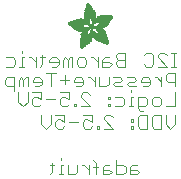
<source format=gbr>
G04 EAGLE Gerber RS-274X export*
G75*
%MOMM*%
%FSLAX34Y34*%
%LPD*%
%INSilkscreen Bottom*%
%IPPOS*%
%AMOC8*
5,1,8,0,0,1.08239X$1,22.5*%
G01*
%ADD10C,0.101600*%
%ADD11R,0.050800X0.006300*%
%ADD12R,0.082600X0.006400*%
%ADD13R,0.120600X0.006300*%
%ADD14R,0.139700X0.006400*%
%ADD15R,0.158800X0.006300*%
%ADD16R,0.177800X0.006400*%
%ADD17R,0.196800X0.006300*%
%ADD18R,0.215900X0.006400*%
%ADD19R,0.228600X0.006300*%
%ADD20R,0.241300X0.006400*%
%ADD21R,0.254000X0.006300*%
%ADD22R,0.266700X0.006400*%
%ADD23R,0.279400X0.006300*%
%ADD24R,0.285700X0.006400*%
%ADD25R,0.298400X0.006300*%
%ADD26R,0.311200X0.006400*%
%ADD27R,0.317500X0.006300*%
%ADD28R,0.330200X0.006400*%
%ADD29R,0.336600X0.006300*%
%ADD30R,0.349200X0.006400*%
%ADD31R,0.361900X0.006300*%
%ADD32R,0.368300X0.006400*%
%ADD33R,0.381000X0.006300*%
%ADD34R,0.387300X0.006400*%
%ADD35R,0.393700X0.006300*%
%ADD36R,0.406400X0.006400*%
%ADD37R,0.412700X0.006300*%
%ADD38R,0.419100X0.006400*%
%ADD39R,0.431800X0.006300*%
%ADD40R,0.438100X0.006400*%
%ADD41R,0.450800X0.006300*%
%ADD42R,0.457200X0.006400*%
%ADD43R,0.463500X0.006300*%
%ADD44R,0.476200X0.006400*%
%ADD45R,0.482600X0.006300*%
%ADD46R,0.488900X0.006400*%
%ADD47R,0.501600X0.006300*%
%ADD48R,0.508000X0.006400*%
%ADD49R,0.514300X0.006300*%
%ADD50R,0.527000X0.006400*%
%ADD51R,0.533400X0.006300*%
%ADD52R,0.546100X0.006400*%
%ADD53R,0.552400X0.006300*%
%ADD54R,0.558800X0.006400*%
%ADD55R,0.571500X0.006300*%
%ADD56R,0.577800X0.006400*%
%ADD57R,0.584200X0.006300*%
%ADD58R,0.596900X0.006400*%
%ADD59R,0.603200X0.006300*%
%ADD60R,0.609600X0.006400*%
%ADD61R,0.622300X0.006300*%
%ADD62R,0.628600X0.006400*%
%ADD63R,0.641300X0.006300*%
%ADD64R,0.647700X0.006400*%
%ADD65R,0.063500X0.006300*%
%ADD66R,0.654000X0.006300*%
%ADD67R,0.101600X0.006400*%
%ADD68R,0.666700X0.006400*%
%ADD69R,0.139700X0.006300*%
%ADD70R,0.673100X0.006300*%
%ADD71R,0.165100X0.006400*%
%ADD72R,0.679400X0.006400*%
%ADD73R,0.196900X0.006300*%
%ADD74R,0.692100X0.006300*%
%ADD75R,0.222200X0.006400*%
%ADD76R,0.698500X0.006400*%
%ADD77R,0.247700X0.006300*%
%ADD78R,0.704800X0.006300*%
%ADD79R,0.279400X0.006400*%
%ADD80R,0.717500X0.006400*%
%ADD81R,0.298500X0.006300*%
%ADD82R,0.723900X0.006300*%
%ADD83R,0.736600X0.006400*%
%ADD84R,0.342900X0.006300*%
%ADD85R,0.742900X0.006300*%
%ADD86R,0.374700X0.006400*%
%ADD87R,0.749300X0.006400*%
%ADD88R,0.762000X0.006300*%
%ADD89R,0.412700X0.006400*%
%ADD90R,0.768300X0.006400*%
%ADD91R,0.438100X0.006300*%
%ADD92R,0.774700X0.006300*%
%ADD93R,0.463600X0.006400*%
%ADD94R,0.787400X0.006400*%
%ADD95R,0.793700X0.006300*%
%ADD96R,0.495300X0.006400*%
%ADD97R,0.800100X0.006400*%
%ADD98R,0.520700X0.006300*%
%ADD99R,0.812800X0.006300*%
%ADD100R,0.533400X0.006400*%
%ADD101R,0.819100X0.006400*%
%ADD102R,0.558800X0.006300*%
%ADD103R,0.825500X0.006300*%
%ADD104R,0.577900X0.006400*%
%ADD105R,0.831800X0.006400*%
%ADD106R,0.596900X0.006300*%
%ADD107R,0.844500X0.006300*%
%ADD108R,0.616000X0.006400*%
%ADD109R,0.850900X0.006400*%
%ADD110R,0.635000X0.006300*%
%ADD111R,0.857200X0.006300*%
%ADD112R,0.654100X0.006400*%
%ADD113R,0.863600X0.006400*%
%ADD114R,0.666700X0.006300*%
%ADD115R,0.869900X0.006300*%
%ADD116R,0.685800X0.006400*%
%ADD117R,0.876300X0.006400*%
%ADD118R,0.882600X0.006300*%
%ADD119R,0.723900X0.006400*%
%ADD120R,0.889000X0.006400*%
%ADD121R,0.895300X0.006300*%
%ADD122R,0.755700X0.006400*%
%ADD123R,0.901700X0.006400*%
%ADD124R,0.908000X0.006300*%
%ADD125R,0.793800X0.006400*%
%ADD126R,0.914400X0.006400*%
%ADD127R,0.806400X0.006300*%
%ADD128R,0.920700X0.006300*%
%ADD129R,0.825500X0.006400*%
%ADD130R,0.927100X0.006400*%
%ADD131R,0.933400X0.006300*%
%ADD132R,0.857300X0.006400*%
%ADD133R,0.939800X0.006400*%
%ADD134R,0.870000X0.006300*%
%ADD135R,0.939800X0.006300*%
%ADD136R,0.946100X0.006400*%
%ADD137R,0.952500X0.006300*%
%ADD138R,0.908000X0.006400*%
%ADD139R,0.958800X0.006400*%
%ADD140R,0.965200X0.006300*%
%ADD141R,0.965200X0.006400*%
%ADD142R,0.971500X0.006300*%
%ADD143R,0.952500X0.006400*%
%ADD144R,0.977900X0.006400*%
%ADD145R,0.958800X0.006300*%
%ADD146R,0.984200X0.006300*%
%ADD147R,0.971500X0.006400*%
%ADD148R,0.984200X0.006400*%
%ADD149R,0.990600X0.006300*%
%ADD150R,0.984300X0.006400*%
%ADD151R,0.996900X0.006400*%
%ADD152R,0.997000X0.006300*%
%ADD153R,0.996900X0.006300*%
%ADD154R,1.003300X0.006400*%
%ADD155R,1.016000X0.006300*%
%ADD156R,1.009600X0.006300*%
%ADD157R,1.016000X0.006400*%
%ADD158R,1.009600X0.006400*%
%ADD159R,1.022300X0.006300*%
%ADD160R,1.028700X0.006400*%
%ADD161R,1.035100X0.006300*%
%ADD162R,1.047800X0.006400*%
%ADD163R,1.054100X0.006300*%
%ADD164R,1.028700X0.006300*%
%ADD165R,1.054100X0.006400*%
%ADD166R,1.035000X0.006400*%
%ADD167R,1.060400X0.006300*%
%ADD168R,1.035000X0.006300*%
%ADD169R,1.060500X0.006400*%
%ADD170R,1.041400X0.006400*%
%ADD171R,1.066800X0.006300*%
%ADD172R,1.041400X0.006300*%
%ADD173R,1.079500X0.006400*%
%ADD174R,1.047700X0.006400*%
%ADD175R,1.085900X0.006300*%
%ADD176R,1.047700X0.006300*%
%ADD177R,1.085800X0.006400*%
%ADD178R,1.092200X0.006300*%
%ADD179R,1.085900X0.006400*%
%ADD180R,1.098600X0.006300*%
%ADD181R,1.098600X0.006400*%
%ADD182R,1.060400X0.006400*%
%ADD183R,1.104900X0.006300*%
%ADD184R,1.104900X0.006400*%
%ADD185R,1.066800X0.006400*%
%ADD186R,1.111200X0.006300*%
%ADD187R,1.117600X0.006400*%
%ADD188R,1.117600X0.006300*%
%ADD189R,1.073100X0.006300*%
%ADD190R,1.073100X0.006400*%
%ADD191R,1.124000X0.006300*%
%ADD192R,1.079500X0.006300*%
%ADD193R,1.123900X0.006400*%
%ADD194R,1.130300X0.006300*%
%ADD195R,1.130300X0.006400*%
%ADD196R,1.136700X0.006400*%
%ADD197R,1.136700X0.006300*%
%ADD198R,1.085800X0.006300*%
%ADD199R,1.136600X0.006400*%
%ADD200R,1.136600X0.006300*%
%ADD201R,1.143000X0.006400*%
%ADD202R,1.143000X0.006300*%
%ADD203R,1.149400X0.006300*%
%ADD204R,1.149300X0.006300*%
%ADD205R,1.149300X0.006400*%
%ADD206R,1.149400X0.006400*%
%ADD207R,1.155700X0.006400*%
%ADD208R,1.155700X0.006300*%
%ADD209R,1.060500X0.006300*%
%ADD210R,2.197100X0.006400*%
%ADD211R,2.197100X0.006300*%
%ADD212R,2.184400X0.006300*%
%ADD213R,2.184400X0.006400*%
%ADD214R,2.171700X0.006400*%
%ADD215R,2.171700X0.006300*%
%ADD216R,1.530300X0.006400*%
%ADD217R,1.505000X0.006300*%
%ADD218R,1.492300X0.006400*%
%ADD219R,1.485900X0.006300*%
%ADD220R,0.565200X0.006300*%
%ADD221R,1.473200X0.006400*%
%ADD222R,0.565200X0.006400*%
%ADD223R,1.460500X0.006300*%
%ADD224R,1.454100X0.006400*%
%ADD225R,0.552400X0.006400*%
%ADD226R,1.441500X0.006300*%
%ADD227R,0.546100X0.006300*%
%ADD228R,1.435100X0.006400*%
%ADD229R,0.539800X0.006400*%
%ADD230R,1.428800X0.006300*%
%ADD231R,1.422400X0.006400*%
%ADD232R,1.409700X0.006300*%
%ADD233R,0.527100X0.006300*%
%ADD234R,1.403300X0.006400*%
%ADD235R,0.527100X0.006400*%
%ADD236R,1.390700X0.006300*%
%ADD237R,1.384300X0.006400*%
%ADD238R,0.520700X0.006400*%
%ADD239R,1.384300X0.006300*%
%ADD240R,0.514400X0.006300*%
%ADD241R,1.371600X0.006400*%
%ADD242R,1.365200X0.006300*%
%ADD243R,0.508000X0.006300*%
%ADD244R,1.352600X0.006400*%
%ADD245R,0.501700X0.006400*%
%ADD246R,0.711200X0.006300*%
%ADD247R,0.603300X0.006300*%
%ADD248R,0.501700X0.006300*%
%ADD249R,0.692100X0.006400*%
%ADD250R,0.571500X0.006400*%
%ADD251R,0.679400X0.006300*%
%ADD252R,0.495300X0.006300*%
%ADD253R,0.673100X0.006400*%
%ADD254R,0.666800X0.006300*%
%ADD255R,0.488900X0.006300*%
%ADD256R,0.660400X0.006400*%
%ADD257R,0.482600X0.006400*%
%ADD258R,0.476200X0.006300*%
%ADD259R,0.654000X0.006400*%
%ADD260R,0.469900X0.006400*%
%ADD261R,0.476300X0.006400*%
%ADD262R,0.647700X0.006300*%
%ADD263R,0.457200X0.006300*%
%ADD264R,0.469900X0.006300*%
%ADD265R,0.641300X0.006400*%
%ADD266R,0.444500X0.006400*%
%ADD267R,0.463600X0.006300*%
%ADD268R,0.635000X0.006400*%
%ADD269R,0.463500X0.006400*%
%ADD270R,0.393700X0.006400*%
%ADD271R,0.450800X0.006400*%
%ADD272R,0.628600X0.006300*%
%ADD273R,0.387400X0.006300*%
%ADD274R,0.450900X0.006300*%
%ADD275R,0.628700X0.006400*%
%ADD276R,0.374600X0.006400*%
%ADD277R,0.368300X0.006300*%
%ADD278R,0.438200X0.006300*%
%ADD279R,0.622300X0.006400*%
%ADD280R,0.355600X0.006400*%
%ADD281R,0.431800X0.006400*%
%ADD282R,0.349300X0.006300*%
%ADD283R,0.425400X0.006300*%
%ADD284R,0.615900X0.006300*%
%ADD285R,0.330200X0.006300*%
%ADD286R,0.419100X0.006300*%
%ADD287R,0.616000X0.006300*%
%ADD288R,0.311200X0.006300*%
%ADD289R,0.406400X0.006300*%
%ADD290R,0.615900X0.006400*%
%ADD291R,0.304800X0.006400*%
%ADD292R,0.158800X0.006400*%
%ADD293R,0.609600X0.006300*%
%ADD294R,0.292100X0.006300*%
%ADD295R,0.235000X0.006300*%
%ADD296R,0.387400X0.006400*%
%ADD297R,0.292100X0.006400*%
%ADD298R,0.336500X0.006300*%
%ADD299R,0.260400X0.006300*%
%ADD300R,0.603300X0.006400*%
%ADD301R,0.260400X0.006400*%
%ADD302R,0.362000X0.006400*%
%ADD303R,0.450900X0.006400*%
%ADD304R,0.355600X0.006300*%
%ADD305R,0.342900X0.006400*%
%ADD306R,0.514300X0.006400*%
%ADD307R,0.234900X0.006300*%
%ADD308R,0.539700X0.006300*%
%ADD309R,0.603200X0.006400*%
%ADD310R,0.234900X0.006400*%
%ADD311R,0.920700X0.006400*%
%ADD312R,0.958900X0.006400*%
%ADD313R,0.215900X0.006300*%
%ADD314R,0.209600X0.006400*%
%ADD315R,0.203200X0.006300*%
%ADD316R,1.003300X0.006300*%
%ADD317R,0.203200X0.006400*%
%ADD318R,0.196900X0.006400*%
%ADD319R,0.190500X0.006300*%
%ADD320R,0.190500X0.006400*%
%ADD321R,0.184200X0.006300*%
%ADD322R,0.590500X0.006400*%
%ADD323R,0.184200X0.006400*%
%ADD324R,0.590500X0.006300*%
%ADD325R,0.177800X0.006300*%
%ADD326R,0.584200X0.006400*%
%ADD327R,1.168400X0.006400*%
%ADD328R,0.171500X0.006300*%
%ADD329R,1.187500X0.006300*%
%ADD330R,1.200100X0.006400*%
%ADD331R,0.577800X0.006300*%
%ADD332R,1.212900X0.006300*%
%ADD333R,1.231900X0.006400*%
%ADD334R,1.250900X0.006300*%
%ADD335R,0.565100X0.006400*%
%ADD336R,0.184100X0.006400*%
%ADD337R,1.263700X0.006400*%
%ADD338R,0.565100X0.006300*%
%ADD339R,1.289100X0.006300*%
%ADD340R,1.314400X0.006400*%
%ADD341R,0.552500X0.006300*%
%ADD342R,1.568500X0.006300*%
%ADD343R,0.552500X0.006400*%
%ADD344R,1.581200X0.006400*%
%ADD345R,1.593800X0.006300*%
%ADD346R,1.606500X0.006400*%
%ADD347R,1.619300X0.006300*%
%ADD348R,0.514400X0.006400*%
%ADD349R,1.638300X0.006400*%
%ADD350R,1.657300X0.006300*%
%ADD351R,2.209800X0.006400*%
%ADD352R,2.425700X0.006300*%
%ADD353R,2.470100X0.006400*%
%ADD354R,2.501900X0.006300*%
%ADD355R,2.533700X0.006400*%
%ADD356R,2.559000X0.006300*%
%ADD357R,2.584500X0.006400*%
%ADD358R,2.609900X0.006300*%
%ADD359R,2.628900X0.006400*%
%ADD360R,2.660600X0.006300*%
%ADD361R,2.673400X0.006400*%
%ADD362R,1.422400X0.006300*%
%ADD363R,1.200200X0.006300*%
%ADD364R,1.365300X0.006300*%
%ADD365R,1.365300X0.006400*%
%ADD366R,1.352500X0.006300*%
%ADD367R,1.098500X0.006300*%
%ADD368R,1.358900X0.006400*%
%ADD369R,1.352600X0.006300*%
%ADD370R,1.358900X0.006300*%
%ADD371R,1.371600X0.006300*%
%ADD372R,1.377900X0.006400*%
%ADD373R,1.397000X0.006400*%
%ADD374R,1.403300X0.006300*%
%ADD375R,0.914400X0.006300*%
%ADD376R,0.876300X0.006300*%
%ADD377R,0.374600X0.006300*%
%ADD378R,1.073200X0.006400*%
%ADD379R,0.374700X0.006300*%
%ADD380R,0.844600X0.006400*%
%ADD381R,0.844600X0.006300*%
%ADD382R,0.831900X0.006400*%
%ADD383R,1.092200X0.006400*%
%ADD384R,0.400000X0.006300*%
%ADD385R,0.819200X0.006400*%
%ADD386R,1.111300X0.006400*%
%ADD387R,0.812800X0.006400*%
%ADD388R,0.800100X0.006300*%
%ADD389R,0.476300X0.006300*%
%ADD390R,1.181100X0.006300*%
%ADD391R,0.501600X0.006400*%
%ADD392R,1.193800X0.006400*%
%ADD393R,0.781000X0.006400*%
%ADD394R,1.238200X0.006400*%
%ADD395R,0.781100X0.006300*%
%ADD396R,1.257300X0.006300*%
%ADD397R,1.295400X0.006400*%
%ADD398R,1.333500X0.006300*%
%ADD399R,0.774700X0.006400*%
%ADD400R,1.866900X0.006400*%
%ADD401R,0.209600X0.006300*%
%ADD402R,1.866900X0.006300*%
%ADD403R,0.768400X0.006400*%
%ADD404R,0.209500X0.006400*%
%ADD405R,1.860600X0.006400*%
%ADD406R,0.762000X0.006400*%
%ADD407R,0.768400X0.006300*%
%ADD408R,1.860600X0.006300*%
%ADD409R,1.860500X0.006400*%
%ADD410R,0.222300X0.006300*%
%ADD411R,1.854200X0.006300*%
%ADD412R,0.235000X0.006400*%
%ADD413R,1.854200X0.006400*%
%ADD414R,0.768300X0.006300*%
%ADD415R,0.260300X0.006400*%
%ADD416R,1.847800X0.006400*%
%ADD417R,0.266700X0.006300*%
%ADD418R,1.847800X0.006300*%
%ADD419R,0.273100X0.006400*%
%ADD420R,1.841500X0.006400*%
%ADD421R,0.285800X0.006300*%
%ADD422R,1.841500X0.006300*%
%ADD423R,0.298500X0.006400*%
%ADD424R,1.835100X0.006400*%
%ADD425R,0.781000X0.006300*%
%ADD426R,0.304800X0.006300*%
%ADD427R,1.835100X0.006300*%
%ADD428R,0.317500X0.006400*%
%ADD429R,1.828800X0.006400*%
%ADD430R,0.787400X0.006300*%
%ADD431R,0.323800X0.006300*%
%ADD432R,1.828800X0.006300*%
%ADD433R,0.793700X0.006400*%
%ADD434R,1.822400X0.006400*%
%ADD435R,0.806500X0.006300*%
%ADD436R,1.822400X0.006300*%
%ADD437R,1.816100X0.006400*%
%ADD438R,0.819100X0.006300*%
%ADD439R,0.387300X0.006300*%
%ADD440R,1.816100X0.006300*%
%ADD441R,1.809800X0.006400*%
%ADD442R,1.803400X0.006300*%
%ADD443R,1.797000X0.006400*%
%ADD444R,0.901700X0.006300*%
%ADD445R,1.797000X0.006300*%
%ADD446R,1.441400X0.006400*%
%ADD447R,1.790700X0.006400*%
%ADD448R,1.447800X0.006300*%
%ADD449R,1.784300X0.006300*%
%ADD450R,1.447800X0.006400*%
%ADD451R,1.784300X0.006400*%
%ADD452R,1.454100X0.006300*%
%ADD453R,1.771700X0.006300*%
%ADD454R,1.460500X0.006400*%
%ADD455R,1.759000X0.006400*%
%ADD456R,1.466800X0.006300*%
%ADD457R,1.752600X0.006300*%
%ADD458R,1.466800X0.006400*%
%ADD459R,1.739900X0.006400*%
%ADD460R,1.473200X0.006300*%
%ADD461R,1.727200X0.006300*%
%ADD462R,1.479500X0.006400*%
%ADD463R,1.714500X0.006400*%
%ADD464R,1.695400X0.006300*%
%ADD465R,1.485900X0.006400*%
%ADD466R,1.682700X0.006400*%
%ADD467R,1.492200X0.006300*%
%ADD468R,1.663700X0.006300*%
%ADD469R,1.498600X0.006400*%
%ADD470R,1.644600X0.006400*%
%ADD471R,1.498600X0.006300*%
%ADD472R,1.619200X0.006300*%
%ADD473R,1.511300X0.006400*%
%ADD474R,1.600200X0.006400*%
%ADD475R,1.517700X0.006300*%
%ADD476R,1.574800X0.006300*%
%ADD477R,1.524000X0.006400*%
%ADD478R,1.555800X0.006400*%
%ADD479R,1.524000X0.006300*%
%ADD480R,1.536700X0.006300*%
%ADD481R,1.530400X0.006400*%
%ADD482R,1.517700X0.006400*%
%ADD483R,1.492300X0.006300*%
%ADD484R,1.549400X0.006400*%
%ADD485R,1.479600X0.006400*%
%ADD486R,1.549400X0.006300*%
%ADD487R,1.555700X0.006400*%
%ADD488R,1.562100X0.006300*%
%ADD489R,0.323900X0.006300*%
%ADD490R,1.568400X0.006400*%
%ADD491R,0.336600X0.006400*%
%ADD492R,1.587500X0.006300*%
%ADD493R,0.971600X0.006300*%
%ADD494R,0.349300X0.006400*%
%ADD495R,1.600200X0.006300*%
%ADD496R,0.920800X0.006300*%
%ADD497R,0.882700X0.006400*%
%ADD498R,1.612900X0.006300*%
%ADD499R,0.362000X0.006300*%
%ADD500R,1.625600X0.006400*%
%ADD501R,1.625600X0.006300*%
%ADD502R,1.644600X0.006300*%
%ADD503R,0.736600X0.006300*%
%ADD504R,0.717600X0.006400*%
%ADD505R,1.657400X0.006300*%
%ADD506R,0.679500X0.006300*%
%ADD507R,1.663700X0.006400*%
%ADD508R,0.400000X0.006400*%
%ADD509R,1.676400X0.006300*%
%ADD510R,1.676400X0.006400*%
%ADD511R,0.425500X0.006400*%
%ADD512R,1.352500X0.006400*%
%ADD513R,0.444500X0.006300*%
%ADD514R,0.361900X0.006400*%
%ADD515R,0.088900X0.006300*%
%ADD516R,1.009700X0.006300*%
%ADD517R,1.009700X0.006400*%
%ADD518R,1.022300X0.006400*%
%ADD519R,1.346200X0.006400*%
%ADD520R,1.346200X0.006300*%
%ADD521R,1.339900X0.006400*%
%ADD522R,1.035100X0.006400*%
%ADD523R,1.339800X0.006300*%
%ADD524R,1.333500X0.006400*%
%ADD525R,1.327200X0.006400*%
%ADD526R,1.320800X0.006300*%
%ADD527R,1.314500X0.006400*%
%ADD528R,1.314400X0.006300*%
%ADD529R,1.301700X0.006400*%
%ADD530R,1.295400X0.006300*%
%ADD531R,1.289000X0.006400*%
%ADD532R,1.276300X0.006300*%
%ADD533R,1.251000X0.006300*%
%ADD534R,1.244600X0.006400*%
%ADD535R,1.231900X0.006300*%
%ADD536R,1.212800X0.006400*%
%ADD537R,1.200100X0.006300*%
%ADD538R,1.187400X0.006400*%
%ADD539R,1.168400X0.006300*%
%ADD540R,1.047800X0.006300*%
%ADD541R,0.977900X0.006300*%
%ADD542R,0.946200X0.006400*%
%ADD543R,0.933400X0.006400*%
%ADD544R,0.895300X0.006400*%
%ADD545R,0.882700X0.006300*%
%ADD546R,0.863600X0.006300*%
%ADD547R,0.857200X0.006400*%
%ADD548R,0.850900X0.006300*%
%ADD549R,0.838200X0.006300*%
%ADD550R,0.806500X0.006400*%
%ADD551R,0.717600X0.006300*%
%ADD552R,0.711200X0.006400*%
%ADD553R,0.641400X0.006400*%
%ADD554R,0.641400X0.006300*%
%ADD555R,0.628700X0.006300*%
%ADD556R,0.590600X0.006300*%
%ADD557R,0.539700X0.006400*%
%ADD558R,0.285700X0.006300*%
%ADD559R,0.222200X0.006300*%
%ADD560R,0.171400X0.006300*%
%ADD561R,0.152400X0.006400*%
%ADD562R,0.133400X0.006300*%


D10*
X161192Y94028D02*
X157294Y94028D01*
X159243Y94028D02*
X159243Y105722D01*
X161192Y105722D02*
X157294Y105722D01*
X153396Y94028D02*
X145600Y94028D01*
X153396Y94028D02*
X145600Y101824D01*
X145600Y103773D01*
X147549Y105722D01*
X151447Y105722D01*
X153396Y103773D01*
X135855Y105722D02*
X133906Y103773D01*
X135855Y105722D02*
X139753Y105722D01*
X141702Y103773D01*
X141702Y95977D01*
X139753Y94028D01*
X135855Y94028D01*
X133906Y95977D01*
X118314Y94028D02*
X118314Y105722D01*
X112467Y105722D01*
X110518Y103773D01*
X110518Y101824D01*
X112467Y99875D01*
X110518Y97926D01*
X110518Y95977D01*
X112467Y94028D01*
X118314Y94028D01*
X118314Y99875D02*
X112467Y99875D01*
X104671Y101824D02*
X100773Y101824D01*
X98824Y99875D01*
X98824Y94028D01*
X104671Y94028D01*
X106620Y95977D01*
X104671Y97926D01*
X98824Y97926D01*
X94926Y94028D02*
X94926Y101824D01*
X94926Y97926D02*
X91028Y101824D01*
X89079Y101824D01*
X83232Y94028D02*
X79334Y94028D01*
X77385Y95977D01*
X77385Y99875D01*
X79334Y101824D01*
X83232Y101824D01*
X85181Y99875D01*
X85181Y95977D01*
X83232Y94028D01*
X73487Y94028D02*
X73487Y101824D01*
X71538Y101824D01*
X69589Y99875D01*
X69589Y94028D01*
X69589Y99875D02*
X67640Y101824D01*
X65691Y99875D01*
X65691Y94028D01*
X59844Y94028D02*
X55946Y94028D01*
X59844Y94028D02*
X61793Y95977D01*
X61793Y99875D01*
X59844Y101824D01*
X55946Y101824D01*
X53997Y99875D01*
X53997Y97926D01*
X61793Y97926D01*
X48150Y95977D02*
X48150Y103773D01*
X48150Y95977D02*
X46201Y94028D01*
X46201Y101824D02*
X50099Y101824D01*
X42303Y101824D02*
X42303Y94028D01*
X42303Y97926D02*
X38405Y101824D01*
X36456Y101824D01*
X32558Y101824D02*
X30609Y101824D01*
X30609Y94028D01*
X32558Y94028D02*
X28660Y94028D01*
X30609Y105722D02*
X30609Y107671D01*
X22813Y101824D02*
X16966Y101824D01*
X22813Y101824D02*
X24762Y99875D01*
X24762Y95977D01*
X22813Y94028D01*
X16966Y94028D01*
X160572Y88942D02*
X160572Y77248D01*
X160572Y88942D02*
X154725Y88942D01*
X152776Y86993D01*
X152776Y83095D01*
X154725Y81146D01*
X160572Y81146D01*
X148878Y77248D02*
X148878Y85044D01*
X148878Y81146D02*
X144980Y85044D01*
X143031Y85044D01*
X137184Y77248D02*
X133286Y77248D01*
X137184Y77248D02*
X139133Y79197D01*
X139133Y83095D01*
X137184Y85044D01*
X133286Y85044D01*
X131337Y83095D01*
X131337Y81146D01*
X139133Y81146D01*
X127439Y77248D02*
X121592Y77248D01*
X119643Y79197D01*
X121592Y81146D01*
X125490Y81146D01*
X127439Y83095D01*
X125490Y85044D01*
X119643Y85044D01*
X115745Y77248D02*
X109898Y77248D01*
X107949Y79197D01*
X109898Y81146D01*
X113796Y81146D01*
X115745Y83095D01*
X113796Y85044D01*
X107949Y85044D01*
X104051Y85044D02*
X104051Y79197D01*
X102102Y77248D01*
X96255Y77248D01*
X96255Y85044D01*
X92357Y85044D02*
X92357Y77248D01*
X92357Y81146D02*
X88459Y85044D01*
X86510Y85044D01*
X80663Y77248D02*
X76765Y77248D01*
X80663Y77248D02*
X82612Y79197D01*
X82612Y83095D01*
X80663Y85044D01*
X76765Y85044D01*
X74816Y83095D01*
X74816Y81146D01*
X82612Y81146D01*
X70918Y83095D02*
X63122Y83095D01*
X67020Y86993D02*
X67020Y79197D01*
X55326Y77248D02*
X55326Y88942D01*
X59224Y88942D02*
X51428Y88942D01*
X45581Y77248D02*
X41683Y77248D01*
X45581Y77248D02*
X47530Y79197D01*
X47530Y83095D01*
X45581Y85044D01*
X41683Y85044D01*
X39734Y83095D01*
X39734Y81146D01*
X47530Y81146D01*
X35836Y77248D02*
X35836Y85044D01*
X33887Y85044D01*
X31938Y83095D01*
X31938Y77248D01*
X31938Y83095D02*
X29989Y85044D01*
X28040Y83095D01*
X28040Y77248D01*
X24142Y73350D02*
X24142Y85044D01*
X18295Y85044D01*
X16346Y83095D01*
X16346Y79197D01*
X18295Y77248D01*
X24142Y77248D01*
X160272Y53302D02*
X160272Y45506D01*
X156374Y41608D01*
X152476Y45506D01*
X152476Y53302D01*
X148578Y53302D02*
X148578Y41608D01*
X142731Y41608D01*
X140782Y43557D01*
X140782Y51353D01*
X142731Y53302D01*
X148578Y53302D01*
X136884Y53302D02*
X136884Y41608D01*
X131037Y41608D01*
X129088Y43557D01*
X129088Y51353D01*
X131037Y53302D01*
X136884Y53302D01*
X125190Y49404D02*
X123241Y49404D01*
X123241Y47455D01*
X125190Y47455D01*
X125190Y49404D01*
X125190Y43557D02*
X123241Y43557D01*
X123241Y41608D01*
X125190Y41608D01*
X125190Y43557D01*
X107649Y41608D02*
X99853Y41608D01*
X107649Y41608D02*
X99853Y49404D01*
X99853Y51353D01*
X101802Y53302D01*
X105700Y53302D01*
X107649Y51353D01*
X95955Y43557D02*
X95955Y41608D01*
X95955Y43557D02*
X94006Y43557D01*
X94006Y41608D01*
X95955Y41608D01*
X90108Y53302D02*
X82312Y53302D01*
X90108Y53302D02*
X90108Y47455D01*
X86210Y49404D01*
X84261Y49404D01*
X82312Y47455D01*
X82312Y43557D01*
X84261Y41608D01*
X88159Y41608D01*
X90108Y43557D01*
X78414Y47455D02*
X70618Y47455D01*
X66720Y53302D02*
X58924Y53302D01*
X66720Y53302D02*
X66720Y47455D01*
X62822Y49404D01*
X60873Y49404D01*
X58924Y47455D01*
X58924Y43557D01*
X60873Y41608D01*
X64771Y41608D01*
X66720Y43557D01*
X55026Y45506D02*
X55026Y53302D01*
X55026Y45506D02*
X51128Y41608D01*
X47230Y45506D01*
X47230Y53302D01*
X124345Y10824D02*
X128243Y10824D01*
X124345Y10824D02*
X122396Y8875D01*
X122396Y3028D01*
X128243Y3028D01*
X130192Y4977D01*
X128243Y6926D01*
X122396Y6926D01*
X110702Y3028D02*
X110702Y14722D01*
X110702Y3028D02*
X116549Y3028D01*
X118498Y4977D01*
X118498Y8875D01*
X116549Y10824D01*
X110702Y10824D01*
X104855Y10824D02*
X100957Y10824D01*
X99008Y8875D01*
X99008Y3028D01*
X104855Y3028D01*
X106804Y4977D01*
X104855Y6926D01*
X99008Y6926D01*
X93161Y3028D02*
X93161Y12773D01*
X91212Y14722D01*
X91212Y8875D02*
X95110Y8875D01*
X87314Y10824D02*
X87314Y3028D01*
X87314Y6926D02*
X83416Y10824D01*
X81467Y10824D01*
X77569Y10824D02*
X77569Y4977D01*
X75620Y3028D01*
X69773Y3028D01*
X69773Y10824D01*
X65875Y10824D02*
X63926Y10824D01*
X63926Y3028D01*
X65875Y3028D02*
X61977Y3028D01*
X63926Y14722D02*
X63926Y16671D01*
X56130Y12773D02*
X56130Y4977D01*
X54181Y3028D01*
X54181Y10824D02*
X58079Y10824D01*
X160272Y60608D02*
X160272Y72302D01*
X160272Y60608D02*
X152476Y60608D01*
X146629Y60608D02*
X142731Y60608D01*
X140782Y62557D01*
X140782Y66455D01*
X142731Y68404D01*
X146629Y68404D01*
X148578Y66455D01*
X148578Y62557D01*
X146629Y60608D01*
X132986Y56710D02*
X131037Y56710D01*
X129088Y58659D01*
X129088Y68404D01*
X134935Y68404D01*
X136884Y66455D01*
X136884Y62557D01*
X134935Y60608D01*
X129088Y60608D01*
X125190Y68404D02*
X123241Y68404D01*
X123241Y60608D01*
X125190Y60608D02*
X121292Y60608D01*
X123241Y72302D02*
X123241Y74251D01*
X115445Y68404D02*
X109598Y68404D01*
X115445Y68404D02*
X117394Y66455D01*
X117394Y62557D01*
X115445Y60608D01*
X109598Y60608D01*
X105700Y68404D02*
X103751Y68404D01*
X103751Y66455D01*
X105700Y66455D01*
X105700Y68404D01*
X105700Y62557D02*
X103751Y62557D01*
X103751Y60608D01*
X105700Y60608D01*
X105700Y62557D01*
X88159Y60608D02*
X80363Y60608D01*
X88159Y60608D02*
X80363Y68404D01*
X80363Y70353D01*
X82312Y72302D01*
X86210Y72302D01*
X88159Y70353D01*
X76465Y62557D02*
X76465Y60608D01*
X76465Y62557D02*
X74516Y62557D01*
X74516Y60608D01*
X76465Y60608D01*
X70618Y72302D02*
X62822Y72302D01*
X70618Y72302D02*
X70618Y66455D01*
X66720Y68404D01*
X64771Y68404D01*
X62822Y66455D01*
X62822Y62557D01*
X64771Y60608D01*
X68669Y60608D01*
X70618Y62557D01*
X58924Y66455D02*
X51128Y66455D01*
X47230Y72302D02*
X39434Y72302D01*
X47230Y72302D02*
X47230Y66455D01*
X43332Y68404D01*
X41383Y68404D01*
X39434Y66455D01*
X39434Y62557D01*
X41383Y60608D01*
X45281Y60608D01*
X47230Y62557D01*
X35536Y64506D02*
X35536Y72302D01*
X35536Y64506D02*
X31638Y60608D01*
X27740Y64506D01*
X27740Y72302D01*
D11*
X81362Y109191D03*
D12*
X81330Y109254D03*
D13*
X81330Y109318D03*
D14*
X81362Y109381D03*
D15*
X81330Y109445D03*
D16*
X81362Y109508D03*
D17*
X81330Y109572D03*
D18*
X81362Y109635D03*
D19*
X81362Y109699D03*
D20*
X81426Y109762D03*
D21*
X81425Y109826D03*
D22*
X81489Y109889D03*
D23*
X81489Y109953D03*
D24*
X81521Y110016D03*
D25*
X81584Y110080D03*
D26*
X81584Y110143D03*
D27*
X81616Y110207D03*
D28*
X81679Y110270D03*
D29*
X81711Y110334D03*
D30*
X81711Y110397D03*
D31*
X81775Y110461D03*
D32*
X81807Y110524D03*
D33*
X81870Y110588D03*
D34*
X81902Y110651D03*
D35*
X81934Y110715D03*
D36*
X81997Y110778D03*
D37*
X82029Y110842D03*
D38*
X82061Y110905D03*
D39*
X82124Y110969D03*
D40*
X82156Y111032D03*
D41*
X82219Y111096D03*
D42*
X82251Y111159D03*
D43*
X82283Y111223D03*
D44*
X82346Y111286D03*
D45*
X82378Y111350D03*
D46*
X82410Y111413D03*
D47*
X82473Y111477D03*
D48*
X82505Y111540D03*
D49*
X82537Y111604D03*
D50*
X82600Y111667D03*
D51*
X82632Y111731D03*
D52*
X82696Y111794D03*
D53*
X82727Y111858D03*
D54*
X82759Y111921D03*
D55*
X82823Y111985D03*
D56*
X82854Y112048D03*
D57*
X82886Y112112D03*
D58*
X82950Y112175D03*
D59*
X82981Y112239D03*
D60*
X83013Y112302D03*
D61*
X83077Y112366D03*
D62*
X83108Y112429D03*
D63*
X83172Y112493D03*
D64*
X83204Y112556D03*
D65*
X103016Y112620D03*
D66*
X83235Y112620D03*
D67*
X103015Y112683D03*
D68*
X83299Y112683D03*
D69*
X102952Y112747D03*
D70*
X83331Y112747D03*
D71*
X102889Y112810D03*
D72*
X83362Y112810D03*
D73*
X102857Y112874D03*
D74*
X83426Y112874D03*
D75*
X102793Y112937D03*
D76*
X83458Y112937D03*
D77*
X102730Y113001D03*
D78*
X83489Y113001D03*
D79*
X102634Y113064D03*
D80*
X83553Y113064D03*
D81*
X102603Y113128D03*
D82*
X83585Y113128D03*
D28*
X102507Y113191D03*
D83*
X83648Y113191D03*
D84*
X102444Y113255D03*
D85*
X83680Y113255D03*
D86*
X102349Y113318D03*
D87*
X83712Y113318D03*
D35*
X102254Y113382D03*
D88*
X83775Y113382D03*
D89*
X102222Y113445D03*
D90*
X83807Y113445D03*
D91*
X102095Y113509D03*
D92*
X83839Y113509D03*
D93*
X102031Y113572D03*
D94*
X83902Y113572D03*
D45*
X101936Y113636D03*
D95*
X83934Y113636D03*
D96*
X101873Y113699D03*
D97*
X83966Y113699D03*
D98*
X101746Y113763D03*
D99*
X84029Y113763D03*
D100*
X101682Y113826D03*
D101*
X84061Y113826D03*
D102*
X101555Y113890D03*
D103*
X84093Y113890D03*
D104*
X101460Y113953D03*
D105*
X84124Y113953D03*
D106*
X101365Y114017D03*
D107*
X84188Y114017D03*
D108*
X101269Y114080D03*
D109*
X84220Y114080D03*
D110*
X101174Y114144D03*
D111*
X84251Y114144D03*
D112*
X101079Y114207D03*
D113*
X84283Y114207D03*
D114*
X100952Y114271D03*
D115*
X84315Y114271D03*
D116*
X100856Y114334D03*
D117*
X84347Y114334D03*
D78*
X100761Y114398D03*
D118*
X84378Y114398D03*
D119*
X100666Y114461D03*
D120*
X84410Y114461D03*
D85*
X100571Y114525D03*
D121*
X84442Y114525D03*
D122*
X100444Y114588D03*
D123*
X84474Y114588D03*
D92*
X100349Y114652D03*
D124*
X84505Y114652D03*
D125*
X100253Y114715D03*
D126*
X84537Y114715D03*
D127*
X100126Y114779D03*
D128*
X84569Y114779D03*
D129*
X100031Y114842D03*
D130*
X84601Y114842D03*
D107*
X99936Y114906D03*
D131*
X84632Y114906D03*
D132*
X99809Y114969D03*
D133*
X84664Y114969D03*
D134*
X99745Y115033D03*
D135*
X84664Y115033D03*
D120*
X99650Y115096D03*
D136*
X84696Y115096D03*
D121*
X99555Y115160D03*
D137*
X84728Y115160D03*
D138*
X99491Y115223D03*
D139*
X84759Y115223D03*
D128*
X99428Y115287D03*
D140*
X84791Y115287D03*
D130*
X99333Y115350D03*
D141*
X84791Y115350D03*
D135*
X99269Y115414D03*
D142*
X84823Y115414D03*
D143*
X99206Y115477D03*
D144*
X84855Y115477D03*
D145*
X99110Y115541D03*
D146*
X84886Y115541D03*
D147*
X99047Y115604D03*
D148*
X84886Y115604D03*
D146*
X98983Y115668D03*
D149*
X84918Y115668D03*
D150*
X98920Y115731D03*
D151*
X84950Y115731D03*
D152*
X98856Y115795D03*
D153*
X84950Y115795D03*
D154*
X98825Y115858D03*
X84982Y115858D03*
D155*
X98761Y115922D03*
D156*
X85013Y115922D03*
D157*
X98697Y115985D03*
D158*
X85013Y115985D03*
D159*
X98666Y116049D03*
D155*
X85045Y116049D03*
D160*
X98571Y116112D03*
D157*
X85045Y116112D03*
D161*
X98539Y116176D03*
D159*
X85077Y116176D03*
D162*
X98475Y116239D03*
D160*
X85109Y116239D03*
D163*
X98444Y116303D03*
D164*
X85109Y116303D03*
D165*
X98380Y116366D03*
D166*
X85140Y116366D03*
D167*
X98348Y116430D03*
D168*
X85140Y116430D03*
D169*
X98285Y116493D03*
D170*
X85172Y116493D03*
D171*
X98253Y116557D03*
D172*
X85172Y116557D03*
D173*
X98190Y116620D03*
D174*
X85204Y116620D03*
D175*
X98158Y116684D03*
D176*
X85204Y116684D03*
D177*
X98094Y116747D03*
D165*
X85236Y116747D03*
D178*
X98062Y116811D03*
D163*
X85236Y116811D03*
D179*
X98031Y116874D03*
D165*
X85236Y116874D03*
D180*
X97967Y116938D03*
D167*
X85267Y116938D03*
D181*
X97967Y117001D03*
D182*
X85267Y117001D03*
D183*
X97936Y117065D03*
D171*
X85299Y117065D03*
D184*
X97872Y117128D03*
D185*
X85299Y117128D03*
D186*
X97840Y117192D03*
D171*
X85299Y117192D03*
D187*
X97808Y117255D03*
D185*
X85299Y117255D03*
D188*
X97745Y117319D03*
D189*
X85331Y117319D03*
D187*
X97745Y117382D03*
D190*
X85331Y117382D03*
D191*
X97713Y117446D03*
D192*
X85363Y117446D03*
D193*
X97650Y117509D03*
D173*
X85363Y117509D03*
D194*
X97618Y117573D03*
D192*
X85363Y117573D03*
D195*
X97618Y117636D03*
D173*
X85363Y117636D03*
D194*
X97555Y117700D03*
D192*
X85363Y117700D03*
D196*
X97523Y117763D03*
D177*
X85394Y117763D03*
D197*
X97523Y117827D03*
D198*
X85394Y117827D03*
D199*
X97459Y117890D03*
D173*
X85426Y117890D03*
D200*
X97459Y117954D03*
D192*
X85426Y117954D03*
D201*
X97427Y118017D03*
D179*
X85458Y118017D03*
D202*
X97364Y118081D03*
D175*
X85458Y118081D03*
D201*
X97364Y118144D03*
D179*
X85458Y118144D03*
D203*
X97332Y118208D03*
D175*
X85458Y118208D03*
D201*
X97300Y118271D03*
D179*
X85458Y118271D03*
D204*
X97269Y118335D03*
D175*
X85458Y118335D03*
D205*
X97269Y118398D03*
D179*
X85458Y118398D03*
D203*
X97205Y118462D03*
D175*
X85458Y118462D03*
D206*
X97205Y118525D03*
D179*
X85458Y118525D03*
D203*
X97205Y118589D03*
D198*
X85521Y118589D03*
D205*
X97142Y118652D03*
D177*
X85521Y118652D03*
D204*
X97142Y118716D03*
D198*
X85521Y118716D03*
D207*
X97110Y118779D03*
D177*
X85521Y118779D03*
D203*
X97078Y118843D03*
D198*
X85521Y118843D03*
D206*
X97078Y118906D03*
D177*
X85521Y118906D03*
D208*
X97047Y118970D03*
D198*
X85521Y118970D03*
D205*
X97015Y119033D03*
D177*
X85521Y119033D03*
D204*
X97015Y119097D03*
D192*
X85553Y119097D03*
D207*
X96983Y119160D03*
D173*
X85553Y119160D03*
D203*
X96951Y119224D03*
D192*
X85553Y119224D03*
D206*
X96951Y119287D03*
D173*
X85553Y119287D03*
D203*
X96951Y119351D03*
D192*
X85553Y119351D03*
D205*
X96888Y119414D03*
D190*
X85585Y119414D03*
D204*
X96888Y119478D03*
D189*
X85585Y119478D03*
D205*
X96888Y119541D03*
D185*
X85553Y119541D03*
D203*
X96824Y119605D03*
D171*
X85553Y119605D03*
D206*
X96824Y119668D03*
D185*
X85553Y119668D03*
D203*
X96824Y119732D03*
D209*
X85585Y119732D03*
D201*
X96792Y119795D03*
D169*
X85585Y119795D03*
D204*
X96761Y119859D03*
D209*
X85585Y119859D03*
D205*
X96761Y119922D03*
D165*
X85617Y119922D03*
D202*
X96729Y119986D03*
D163*
X85617Y119986D03*
D206*
X96697Y120049D03*
D165*
X85617Y120049D03*
D203*
X96697Y120113D03*
D163*
X85617Y120113D03*
D210*
X91395Y120176D03*
D211*
X91395Y120240D03*
D210*
X91395Y120303D03*
D212*
X91395Y120367D03*
D213*
X91395Y120430D03*
D212*
X91395Y120494D03*
D214*
X91395Y120557D03*
D215*
X91395Y120621D03*
D216*
X94602Y120684D03*
D58*
X83585Y120684D03*
D217*
X94665Y120748D03*
D57*
X83521Y120748D03*
D218*
X94729Y120811D03*
D56*
X83489Y120811D03*
D219*
X94761Y120875D03*
D220*
X83489Y120875D03*
D221*
X94824Y120938D03*
D222*
X83489Y120938D03*
D223*
X94824Y121002D03*
D53*
X83489Y121002D03*
D224*
X94856Y121065D03*
D225*
X83489Y121065D03*
D226*
X94856Y121129D03*
D227*
X83521Y121129D03*
D228*
X94888Y121192D03*
D229*
X83489Y121192D03*
D230*
X94919Y121256D03*
D51*
X83521Y121256D03*
D231*
X94951Y121319D03*
D100*
X83521Y121319D03*
D232*
X94951Y121383D03*
D233*
X83553Y121383D03*
D234*
X94983Y121446D03*
D235*
X83553Y121446D03*
D236*
X94983Y121510D03*
D98*
X83585Y121510D03*
D237*
X95015Y121573D03*
D238*
X83585Y121573D03*
D239*
X95015Y121637D03*
D240*
X83616Y121637D03*
D241*
X95014Y121700D03*
D48*
X83648Y121700D03*
D242*
X95046Y121764D03*
D243*
X83648Y121764D03*
D244*
X95046Y121827D03*
D245*
X83680Y121827D03*
D246*
X98253Y121891D03*
D247*
X91300Y121891D03*
D248*
X83680Y121891D03*
D249*
X98285Y121954D03*
D250*
X91205Y121954D03*
D96*
X83712Y121954D03*
D251*
X98348Y122018D03*
D227*
X91141Y122018D03*
D252*
X83775Y122018D03*
D253*
X98317Y122081D03*
D100*
X91077Y122081D03*
D46*
X83807Y122081D03*
D254*
X98348Y122145D03*
D49*
X91046Y122145D03*
D255*
X83807Y122145D03*
D256*
X98380Y122208D03*
D96*
X91014Y122208D03*
D257*
X83838Y122208D03*
D66*
X98348Y122272D03*
D45*
X90950Y122272D03*
D258*
X83870Y122272D03*
D259*
X98348Y122335D03*
D260*
X90951Y122335D03*
D261*
X83934Y122335D03*
D262*
X98317Y122399D03*
D263*
X90887Y122399D03*
D264*
X83966Y122399D03*
D265*
X98285Y122462D03*
D266*
X90887Y122462D03*
D260*
X83966Y122462D03*
D63*
X98285Y122526D03*
D39*
X90823Y122526D03*
D267*
X83997Y122526D03*
D268*
X98253Y122589D03*
D38*
X90824Y122589D03*
D269*
X84061Y122589D03*
D110*
X98253Y122653D03*
D37*
X90792Y122653D03*
D263*
X84092Y122653D03*
D62*
X98221Y122716D03*
D270*
X90760Y122716D03*
D271*
X84124Y122716D03*
D272*
X98221Y122780D03*
D273*
X90728Y122780D03*
D274*
X84188Y122780D03*
D275*
X98158Y122843D03*
D276*
X90728Y122843D03*
D266*
X84220Y122843D03*
D61*
X98126Y122907D03*
D277*
X90697Y122907D03*
D278*
X84251Y122907D03*
D279*
X98126Y122970D03*
D280*
X90696Y122970D03*
D281*
X84346Y122970D03*
D61*
X98063Y123034D03*
D282*
X90665Y123034D03*
D283*
X84378Y123034D03*
D279*
X98063Y123097D03*
D28*
X90633Y123097D03*
D38*
X84410Y123097D03*
D284*
X98031Y123161D03*
D285*
X90633Y123161D03*
D286*
X84474Y123161D03*
D108*
X97967Y123224D03*
D26*
X90601Y123224D03*
D36*
X84537Y123224D03*
D287*
X97967Y123288D03*
D288*
X90601Y123288D03*
D289*
X84600Y123288D03*
D290*
X97904Y123351D03*
D291*
X90569Y123351D03*
D270*
X84664Y123351D03*
D292*
X80695Y123351D03*
D293*
X97872Y123415D03*
D294*
X90570Y123415D03*
D35*
X84728Y123415D03*
D295*
X80695Y123415D03*
D108*
X97840Y123478D03*
D24*
X90538Y123478D03*
D296*
X84759Y123478D03*
D297*
X80664Y123478D03*
D284*
X97777Y123542D03*
D23*
X90506Y123542D03*
D33*
X84854Y123542D03*
D298*
X80632Y123542D03*
D60*
X97745Y123605D03*
D22*
X90506Y123605D03*
D276*
X84886Y123605D03*
D86*
X80632Y123605D03*
D293*
X97681Y123669D03*
D299*
X90474Y123669D03*
D277*
X84982Y123669D03*
D37*
X80632Y123669D03*
D300*
X97650Y123732D03*
D301*
X90474Y123732D03*
D302*
X85013Y123732D03*
D303*
X80632Y123732D03*
D293*
X97618Y123796D03*
D21*
X90442Y123796D03*
D304*
X85108Y123796D03*
D45*
X80663Y123796D03*
D60*
X97554Y123859D03*
D20*
X90443Y123859D03*
D305*
X85172Y123859D03*
D306*
X80632Y123859D03*
D247*
X97523Y123923D03*
D307*
X90411Y123923D03*
D84*
X85236Y123923D03*
D308*
X80632Y123923D03*
D309*
X97459Y123986D03*
D310*
X90411Y123986D03*
D311*
X82410Y123986D03*
D247*
X97396Y124050D03*
D19*
X90379Y124050D03*
D131*
X82346Y124050D03*
D309*
X97332Y124113D03*
D18*
X90379Y124113D03*
D312*
X82283Y124113D03*
D106*
X97301Y124177D03*
D313*
X90379Y124177D03*
D140*
X82251Y124177D03*
D58*
X97237Y124240D03*
D314*
X90347Y124240D03*
D148*
X82219Y124240D03*
D106*
X97174Y124304D03*
D315*
X90315Y124304D03*
D316*
X82188Y124304D03*
D58*
X97110Y124367D03*
D317*
X90315Y124367D03*
D157*
X82124Y124367D03*
D106*
X97047Y124431D03*
D73*
X90284Y124431D03*
D168*
X82092Y124431D03*
D58*
X96983Y124494D03*
D318*
X90284Y124494D03*
D162*
X82092Y124494D03*
D106*
X96920Y124558D03*
D319*
X90252Y124558D03*
D171*
X82060Y124558D03*
D58*
X96856Y124621D03*
D320*
X90252Y124621D03*
D190*
X82029Y124621D03*
D106*
X96793Y124685D03*
D321*
X90220Y124685D03*
D178*
X81997Y124685D03*
D322*
X96761Y124748D03*
D323*
X90220Y124748D03*
D184*
X81997Y124748D03*
D324*
X96634Y124812D03*
D325*
X90188Y124812D03*
D191*
X81965Y124812D03*
D326*
X96602Y124875D03*
D16*
X90188Y124875D03*
D199*
X81965Y124875D03*
D324*
X96507Y124939D03*
D325*
X90188Y124939D03*
D208*
X81934Y124939D03*
D326*
X96411Y125002D03*
D16*
X90188Y125002D03*
D327*
X81933Y125002D03*
D57*
X96348Y125066D03*
D328*
X90157Y125066D03*
D329*
X81902Y125066D03*
D104*
X96253Y125129D03*
D16*
X90125Y125129D03*
D330*
X81902Y125129D03*
D331*
X96189Y125193D03*
D325*
X90125Y125193D03*
D332*
X81902Y125193D03*
D56*
X96062Y125256D03*
D323*
X90093Y125256D03*
D333*
X81870Y125256D03*
D55*
X95967Y125320D03*
D321*
X90093Y125320D03*
D334*
X81902Y125320D03*
D335*
X95872Y125383D03*
D336*
X90030Y125383D03*
D337*
X81902Y125383D03*
D338*
X95745Y125447D03*
D73*
X90030Y125447D03*
D339*
X81902Y125447D03*
D54*
X95649Y125510D03*
D314*
X89966Y125510D03*
D340*
X81965Y125510D03*
D341*
X95491Y125574D03*
D342*
X83172Y125574D03*
D343*
X95364Y125637D03*
D344*
X83108Y125637D03*
D51*
X95205Y125701D03*
D345*
X83108Y125701D03*
D100*
X95014Y125764D03*
D346*
X83045Y125764D03*
D98*
X94888Y125828D03*
D347*
X83045Y125828D03*
D348*
X94665Y125891D03*
D349*
X83013Y125891D03*
D98*
X94443Y125955D03*
D350*
X83045Y125955D03*
D351*
X85743Y126018D03*
D352*
X86696Y126082D03*
D353*
X86855Y126145D03*
D354*
X86950Y126209D03*
D355*
X86982Y126272D03*
D356*
X87045Y126336D03*
D357*
X87109Y126399D03*
D358*
X87109Y126463D03*
D359*
X87141Y126526D03*
D360*
X87172Y126590D03*
D361*
X87172Y126653D03*
D362*
X93617Y126717D03*
D363*
X79679Y126717D03*
D237*
X93872Y126780D03*
D207*
X79394Y126780D03*
D364*
X94094Y126844D03*
D191*
X79171Y126844D03*
D365*
X94221Y126907D03*
D187*
X79012Y126907D03*
D366*
X94348Y126971D03*
D367*
X78854Y126971D03*
D368*
X94443Y127034D03*
D179*
X78727Y127034D03*
D369*
X94538Y127098D03*
D192*
X78568Y127098D03*
D368*
X94634Y127161D03*
D185*
X78441Y127161D03*
D370*
X94697Y127225D03*
D209*
X78346Y127225D03*
D241*
X94760Y127288D03*
D169*
X78219Y127288D03*
D371*
X94824Y127352D03*
D163*
X78124Y127352D03*
D372*
X94856Y127415D03*
D182*
X78028Y127415D03*
D239*
X94888Y127479D03*
D163*
X77933Y127479D03*
D373*
X94951Y127542D03*
D169*
X77838Y127542D03*
D374*
X94983Y127606D03*
D163*
X77743Y127606D03*
D133*
X97364Y127669D03*
D36*
X89998Y127669D03*
D165*
X77679Y127669D03*
D375*
X97554Y127733D03*
D35*
X89871Y127733D03*
D209*
X77584Y127733D03*
D120*
X97745Y127796D03*
D86*
X89776Y127796D03*
D182*
X77520Y127796D03*
D376*
X97872Y127860D03*
D377*
X89712Y127860D03*
D189*
X77457Y127860D03*
D113*
X97999Y127923D03*
D32*
X89681Y127923D03*
D378*
X77393Y127923D03*
D111*
X98094Y127987D03*
D379*
X89649Y127987D03*
D189*
X77330Y127987D03*
D380*
X98221Y128050D03*
D276*
X89585Y128050D03*
D177*
X77266Y128050D03*
D381*
X98348Y128114D03*
D33*
X89553Y128114D03*
D178*
X77234Y128114D03*
D382*
X98412Y128177D03*
D34*
X89522Y128177D03*
D383*
X77171Y128177D03*
D103*
X98507Y128241D03*
D384*
X89458Y128241D03*
D183*
X77108Y128241D03*
D385*
X98602Y128304D03*
D36*
X89426Y128304D03*
D386*
X77076Y128304D03*
D99*
X98697Y128368D03*
D286*
X89363Y128368D03*
D194*
X77044Y128368D03*
D387*
X98761Y128431D03*
D281*
X89299Y128431D03*
D199*
X77012Y128431D03*
D127*
X98856Y128495D03*
D91*
X89268Y128495D03*
D203*
X77012Y128495D03*
D97*
X98952Y128558D03*
D93*
X89204Y128558D03*
D327*
X76980Y128558D03*
D388*
X99015Y128622D03*
D389*
X89141Y128622D03*
D390*
X76981Y128622D03*
D125*
X99110Y128685D03*
D391*
X89077Y128685D03*
D392*
X76980Y128685D03*
D95*
X99174Y128749D03*
D49*
X89014Y128749D03*
D332*
X76949Y128749D03*
D393*
X99237Y128812D03*
D52*
X88919Y128812D03*
D394*
X77012Y128812D03*
D395*
X99301Y128876D03*
D331*
X88823Y128876D03*
D396*
X77044Y128876D03*
D393*
X99364Y128939D03*
D108*
X88696Y128939D03*
D397*
X77107Y128939D03*
D395*
X99428Y129003D03*
D19*
X90633Y129003D03*
D283*
X87299Y129003D03*
D398*
X77235Y129003D03*
D399*
X99460Y129066D03*
D18*
X90760Y129066D03*
D400*
X79838Y129066D03*
D92*
X99523Y129130D03*
D401*
X90855Y129130D03*
D402*
X79775Y129130D03*
D403*
X99618Y129193D03*
D404*
X90919Y129193D03*
D405*
X79679Y129193D03*
D92*
X99650Y129257D03*
D401*
X90982Y129257D03*
D402*
X79648Y129257D03*
D406*
X99713Y129320D03*
D18*
X91014Y129320D03*
D405*
X79552Y129320D03*
D407*
X99745Y129384D03*
D313*
X91078Y129384D03*
D408*
X79552Y129384D03*
D90*
X99809Y129447D03*
D75*
X91109Y129447D03*
D409*
X79489Y129447D03*
D407*
X99872Y129511D03*
D410*
X91173Y129511D03*
D411*
X79457Y129511D03*
D406*
X99904Y129574D03*
D412*
X91236Y129574D03*
D413*
X79393Y129574D03*
D414*
X99936Y129638D03*
D307*
X91300Y129638D03*
D411*
X79393Y129638D03*
D403*
X99999Y129701D03*
D20*
X91332Y129701D03*
D413*
X79330Y129701D03*
D88*
X100031Y129765D03*
D21*
X91395Y129765D03*
D411*
X79330Y129765D03*
D90*
X100063Y129828D03*
D415*
X91427Y129828D03*
D416*
X79298Y129828D03*
D407*
X100126Y129892D03*
D417*
X91522Y129892D03*
D418*
X79298Y129892D03*
D399*
X100158Y129955D03*
D419*
X91554Y129955D03*
D420*
X79267Y129955D03*
D92*
X100158Y130019D03*
D421*
X91617Y130019D03*
D422*
X79267Y130019D03*
D399*
X100222Y130082D03*
D423*
X91681Y130082D03*
D424*
X79235Y130082D03*
D425*
X100253Y130146D03*
D426*
X91776Y130146D03*
D427*
X79235Y130146D03*
D94*
X100285Y130209D03*
D428*
X91840Y130209D03*
D429*
X79203Y130209D03*
D430*
X100285Y130273D03*
D431*
X91871Y130273D03*
D432*
X79203Y130273D03*
D433*
X100317Y130336D03*
D305*
X91967Y130336D03*
D434*
X79171Y130336D03*
D435*
X100317Y130400D03*
D304*
X92030Y130400D03*
D436*
X79171Y130400D03*
D387*
X100348Y130463D03*
D276*
X92125Y130463D03*
D437*
X79203Y130463D03*
D438*
X100317Y130527D03*
D439*
X92189Y130527D03*
D440*
X79203Y130527D03*
D382*
X100317Y130590D03*
D36*
X92284Y130590D03*
D441*
X79171Y130590D03*
D107*
X100317Y130654D03*
D283*
X92379Y130654D03*
D442*
X79203Y130654D03*
D113*
X100221Y130717D03*
D42*
X92538Y130717D03*
D443*
X79171Y130717D03*
D444*
X100095Y130781D03*
D47*
X92760Y130781D03*
D445*
X79171Y130781D03*
D446*
X97459Y130844D03*
D447*
X79203Y130844D03*
D448*
X97491Y130908D03*
D449*
X79235Y130908D03*
D450*
X97491Y130971D03*
D451*
X79235Y130971D03*
D452*
X97523Y131035D03*
D453*
X79235Y131035D03*
D454*
X97555Y131098D03*
D455*
X79298Y131098D03*
D456*
X97586Y131162D03*
D457*
X79330Y131162D03*
D458*
X97586Y131225D03*
D459*
X79394Y131225D03*
D460*
X97618Y131289D03*
D461*
X79393Y131289D03*
D462*
X97650Y131352D03*
D463*
X79457Y131352D03*
D219*
X97682Y131416D03*
D464*
X79552Y131416D03*
D465*
X97682Y131479D03*
D466*
X79616Y131479D03*
D467*
X97713Y131543D03*
D468*
X79711Y131543D03*
D469*
X97745Y131606D03*
D470*
X79806Y131606D03*
D471*
X97745Y131670D03*
D472*
X79933Y131670D03*
D473*
X97745Y131733D03*
D474*
X79965Y131733D03*
D475*
X97777Y131797D03*
D476*
X80092Y131797D03*
D477*
X97808Y131860D03*
D478*
X80187Y131860D03*
D479*
X97808Y131924D03*
D480*
X80283Y131924D03*
D481*
X97840Y131987D03*
D482*
X80378Y131987D03*
D480*
X97872Y132051D03*
D483*
X80505Y132051D03*
D484*
X97872Y132114D03*
D485*
X80568Y132114D03*
D486*
X97872Y132178D03*
D288*
X86410Y132178D03*
D202*
X79076Y132178D03*
D487*
X97904Y132241D03*
D428*
X86379Y132241D03*
D184*
X79140Y132241D03*
D488*
X97936Y132305D03*
D489*
X86347Y132305D03*
D198*
X79171Y132305D03*
D490*
X97967Y132368D03*
D28*
X86315Y132368D03*
D165*
X79267Y132368D03*
D476*
X97935Y132432D03*
D285*
X86315Y132432D03*
D164*
X79330Y132432D03*
D344*
X97967Y132495D03*
D491*
X86283Y132495D03*
D151*
X79362Y132495D03*
D492*
X97999Y132559D03*
D84*
X86252Y132559D03*
D493*
X79425Y132559D03*
D474*
X97999Y132622D03*
D494*
X86220Y132622D03*
D133*
X79520Y132622D03*
D495*
X97999Y132686D03*
D304*
X86188Y132686D03*
D496*
X79552Y132686D03*
D346*
X98031Y132749D03*
D280*
X86188Y132749D03*
D497*
X79616Y132749D03*
D498*
X98063Y132813D03*
D499*
X86156Y132813D03*
D111*
X79679Y132813D03*
D500*
X98062Y132876D03*
D32*
X86125Y132876D03*
D382*
X79743Y132876D03*
D501*
X98062Y132940D03*
D379*
X86093Y132940D03*
D388*
X79775Y132940D03*
D349*
X98063Y133003D03*
D86*
X86093Y133003D03*
D399*
X79838Y133003D03*
D502*
X98094Y133067D03*
D33*
X86061Y133067D03*
D503*
X79901Y133067D03*
D470*
X98094Y133130D03*
D296*
X86029Y133130D03*
D504*
X79933Y133130D03*
D505*
X98094Y133194D03*
D384*
X86029Y133194D03*
D506*
X79997Y133194D03*
D507*
X98126Y133257D03*
D508*
X86029Y133257D03*
D64*
X80029Y133257D03*
D509*
X98126Y133321D03*
D289*
X85997Y133321D03*
D287*
X80060Y133321D03*
D510*
X98126Y133384D03*
D89*
X85966Y133384D03*
D322*
X80124Y133384D03*
D366*
X99809Y133448D03*
D285*
X91331Y133448D03*
D37*
X85966Y133448D03*
D227*
X80156Y133448D03*
D244*
X99872Y133511D03*
D491*
X91363Y133511D03*
D511*
X85966Y133511D03*
D238*
X80156Y133511D03*
D366*
X99936Y133575D03*
D84*
X91332Y133575D03*
D39*
X85934Y133575D03*
D258*
X80187Y133575D03*
D512*
X99936Y133638D03*
D30*
X91363Y133638D03*
D281*
X85934Y133638D03*
D266*
X80219Y133638D03*
D369*
X99999Y133702D03*
D304*
X91331Y133702D03*
D513*
X85934Y133702D03*
D289*
X80219Y133702D03*
D512*
X100063Y133765D03*
D514*
X91300Y133765D03*
D266*
X85934Y133765D03*
D494*
X80251Y133765D03*
D370*
X100095Y133829D03*
D277*
X91332Y133829D03*
D41*
X85902Y133829D03*
D294*
X80283Y133829D03*
D244*
X100126Y133892D03*
D86*
X91300Y133892D03*
D42*
X85934Y133892D03*
D314*
X80314Y133892D03*
D366*
X100190Y133956D03*
D33*
X91268Y133956D03*
D264*
X85934Y133956D03*
D515*
X80346Y133956D03*
D368*
X100222Y134019D03*
D270*
X91268Y134019D03*
D260*
X85934Y134019D03*
D369*
X100253Y134083D03*
D384*
X91236Y134083D03*
D45*
X85934Y134083D03*
D512*
X100317Y134146D03*
D36*
X91204Y134146D03*
D46*
X85966Y134146D03*
D370*
X100349Y134210D03*
D286*
X91205Y134210D03*
D252*
X85998Y134210D03*
D368*
X100412Y134273D03*
D281*
X91141Y134273D03*
D48*
X85997Y134273D03*
D366*
X100444Y134337D03*
D149*
X88410Y134337D03*
D368*
X100476Y134400D03*
D151*
X88379Y134400D03*
D370*
X100539Y134464D03*
D153*
X88379Y134464D03*
D512*
X100571Y134527D03*
D154*
X88411Y134527D03*
D369*
X100634Y134591D03*
D516*
X88379Y134591D03*
D368*
X100666Y134654D03*
D517*
X88379Y134654D03*
D370*
X100730Y134718D03*
D155*
X88410Y134718D03*
D244*
X100761Y134781D03*
D518*
X88379Y134781D03*
D366*
X100825Y134845D03*
D159*
X88379Y134845D03*
D519*
X100856Y134908D03*
D518*
X88379Y134908D03*
D520*
X100920Y134972D03*
D164*
X88411Y134972D03*
D521*
X100952Y135035D03*
D522*
X88379Y135035D03*
D523*
X101015Y135099D03*
D161*
X88379Y135099D03*
D524*
X101047Y135162D03*
D522*
X88379Y135162D03*
D398*
X101111Y135226D03*
D172*
X88410Y135226D03*
D525*
X101142Y135289D03*
D174*
X88379Y135289D03*
D526*
X101174Y135353D03*
D176*
X88379Y135353D03*
D527*
X101206Y135416D03*
D174*
X88379Y135416D03*
D528*
X101269Y135480D03*
D176*
X88379Y135480D03*
D529*
X101333Y135543D03*
D165*
X88411Y135543D03*
D530*
X101364Y135607D03*
D209*
X88379Y135607D03*
D531*
X101396Y135670D03*
D169*
X88379Y135670D03*
D532*
X101460Y135734D03*
D209*
X88379Y135734D03*
D337*
X101460Y135797D03*
D169*
X88379Y135797D03*
D533*
X101523Y135861D03*
D209*
X88379Y135861D03*
D534*
X101555Y135924D03*
D169*
X88379Y135924D03*
D535*
X101619Y135988D03*
D209*
X88379Y135988D03*
D536*
X101650Y136051D03*
D169*
X88379Y136051D03*
D537*
X101714Y136115D03*
D209*
X88379Y136115D03*
D538*
X101777Y136178D03*
D169*
X88379Y136178D03*
D539*
X101809Y136242D03*
D171*
X88347Y136242D03*
D205*
X101841Y136305D03*
D185*
X88347Y136305D03*
D194*
X101936Y136369D03*
D171*
X88347Y136369D03*
D386*
X101968Y136432D03*
D185*
X88347Y136432D03*
D198*
X102031Y136496D03*
D171*
X88347Y136496D03*
D185*
X102126Y136559D03*
X88347Y136559D03*
D172*
X102190Y136623D03*
D171*
X88347Y136623D03*
D158*
X102285Y136686D03*
D185*
X88347Y136686D03*
D142*
X102349Y136750D03*
D171*
X88347Y136750D03*
D130*
X102444Y136813D03*
D185*
X88347Y136813D03*
D376*
X102571Y136877D03*
D171*
X88347Y136877D03*
D433*
X102730Y136940D03*
D185*
X88347Y136940D03*
D171*
X88347Y137004D03*
D185*
X88347Y137067D03*
D163*
X88347Y137131D03*
D165*
X88347Y137194D03*
D163*
X88347Y137258D03*
D165*
X88347Y137321D03*
D163*
X88347Y137385D03*
D162*
X88315Y137448D03*
D540*
X88315Y137512D03*
D162*
X88315Y137575D03*
D540*
X88315Y137639D03*
D162*
X88315Y137702D03*
D172*
X88283Y137766D03*
D166*
X88315Y137829D03*
D168*
X88315Y137893D03*
D166*
X88315Y137956D03*
D164*
X88284Y138020D03*
D160*
X88284Y138083D03*
D164*
X88284Y138147D03*
D157*
X88283Y138210D03*
D155*
X88283Y138274D03*
D157*
X88283Y138337D03*
D516*
X88252Y138401D03*
D517*
X88252Y138464D03*
D316*
X88284Y138528D03*
D151*
X88252Y138591D03*
D153*
X88252Y138655D03*
D151*
X88252Y138718D03*
D149*
X88220Y138782D03*
D150*
X88252Y138845D03*
D541*
X88220Y138909D03*
D144*
X88220Y138972D03*
D142*
X88252Y139036D03*
D141*
X88220Y139099D03*
D140*
X88220Y139163D03*
D139*
X88188Y139226D03*
D137*
X88220Y139290D03*
D542*
X88188Y139353D03*
D135*
X88220Y139417D03*
D543*
X88188Y139480D03*
D131*
X88188Y139544D03*
D130*
X88157Y139607D03*
D496*
X88188Y139671D03*
D126*
X88156Y139734D03*
D375*
X88156Y139798D03*
D123*
X88157Y139861D03*
D444*
X88157Y139925D03*
D544*
X88125Y139988D03*
D545*
X88125Y140052D03*
D497*
X88125Y140115D03*
D376*
X88093Y140179D03*
D113*
X88093Y140242D03*
D546*
X88093Y140306D03*
D547*
X88061Y140369D03*
D548*
X88093Y140433D03*
D380*
X88061Y140496D03*
D549*
X88029Y140560D03*
D105*
X88061Y140623D03*
D103*
X88030Y140687D03*
D101*
X87998Y140750D03*
D435*
X87998Y140814D03*
D550*
X87998Y140877D03*
D388*
X87966Y140941D03*
D125*
X87934Y141004D03*
D425*
X87934Y141068D03*
D393*
X87934Y141131D03*
D407*
X87934Y141195D03*
D406*
X87902Y141258D03*
D88*
X87902Y141322D03*
D122*
X87871Y141385D03*
D85*
X87871Y141449D03*
D83*
X87839Y141512D03*
D503*
X87839Y141576D03*
D119*
X87839Y141639D03*
D551*
X87807Y141703D03*
D552*
X87775Y141766D03*
D78*
X87807Y141830D03*
D76*
X87776Y141893D03*
D74*
X87744Y141957D03*
D116*
X87775Y142020D03*
D506*
X87744Y142084D03*
D253*
X87712Y142147D03*
D114*
X87744Y142211D03*
D256*
X87712Y142274D03*
D66*
X87680Y142338D03*
D553*
X87680Y142401D03*
D554*
X87680Y142465D03*
D268*
X87648Y142528D03*
D555*
X87617Y142592D03*
D279*
X87649Y142655D03*
D284*
X87617Y142719D03*
D60*
X87585Y142782D03*
D106*
X87585Y142846D03*
D58*
X87585Y142909D03*
D556*
X87553Y142973D03*
D56*
X87553Y143036D03*
D55*
X87522Y143100D03*
D250*
X87522Y143163D03*
D102*
X87521Y143227D03*
D343*
X87490Y143290D03*
D341*
X87490Y143354D03*
D557*
X87490Y143417D03*
D51*
X87458Y143481D03*
D50*
X87426Y143544D03*
D98*
X87458Y143608D03*
D348*
X87426Y143671D03*
D243*
X87394Y143735D03*
D391*
X87426Y143798D03*
D252*
X87395Y143862D03*
D46*
X87363Y143925D03*
D389*
X87363Y143989D03*
D261*
X87363Y144052D03*
D264*
X87331Y144116D03*
D42*
X87331Y144179D03*
D41*
X87299Y144243D03*
D271*
X87299Y144306D03*
D513*
X87268Y144370D03*
D281*
X87267Y144433D03*
D39*
X87267Y144497D03*
D38*
X87268Y144560D03*
D37*
X87236Y144624D03*
D89*
X87236Y144687D03*
D289*
X87204Y144751D03*
D270*
X87204Y144814D03*
D273*
X87172Y144878D03*
D296*
X87172Y144941D03*
D377*
X87172Y145005D03*
D32*
X87141Y145068D03*
D277*
X87141Y145132D03*
D280*
X87140Y145195D03*
D282*
X87109Y145259D03*
D305*
X87077Y145322D03*
D298*
X87109Y145386D03*
D28*
X87077Y145449D03*
D431*
X87045Y145513D03*
D26*
X87045Y145576D03*
D288*
X87045Y145640D03*
D291*
X87013Y145703D03*
D294*
X87014Y145767D03*
D297*
X87014Y145830D03*
D558*
X86982Y145894D03*
D419*
X86982Y145957D03*
D417*
X86950Y146021D03*
D415*
X86982Y146084D03*
D21*
X86950Y146148D03*
D20*
X86950Y146211D03*
D295*
X86918Y146275D03*
D75*
X86918Y146338D03*
D559*
X86918Y146402D03*
D314*
X86918Y146465D03*
D17*
X86918Y146529D03*
D323*
X86918Y146592D03*
D560*
X86918Y146656D03*
D561*
X86886Y146719D03*
D562*
X86918Y146783D03*
D67*
X86950Y146846D03*
D65*
X86950Y146910D03*
M02*

</source>
